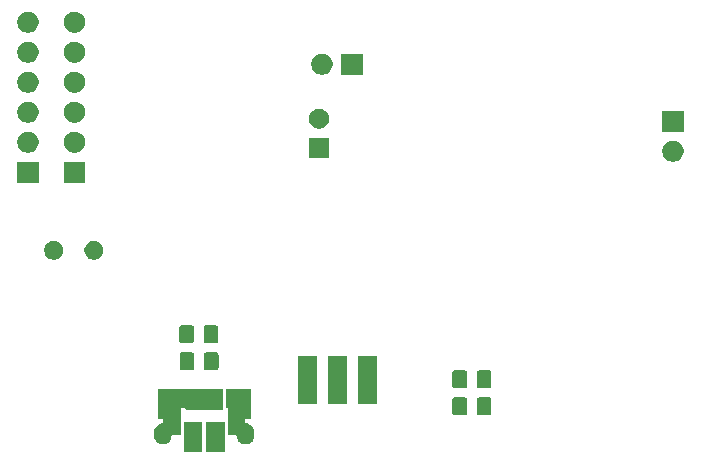
<source format=gts>
G04 #@! TF.GenerationSoftware,KiCad,Pcbnew,(5.1.6)-1*
G04 #@! TF.CreationDate,2020-11-23T18:00:32+01:00*
G04 #@! TF.ProjectId,Power_module_v1,506f7765-725f-46d6-9f64-756c655f7631,rev?*
G04 #@! TF.SameCoordinates,Original*
G04 #@! TF.FileFunction,Soldermask,Top*
G04 #@! TF.FilePolarity,Negative*
%FSLAX46Y46*%
G04 Gerber Fmt 4.6, Leading zero omitted, Abs format (unit mm)*
G04 Created by KiCad (PCBNEW (5.1.6)-1) date 2020-11-23 18:00:32*
%MOMM*%
%LPD*%
G01*
G04 APERTURE LIST*
%ADD10C,0.100000*%
G04 APERTURE END LIST*
D10*
G36*
X112914900Y-108047740D02*
G01*
X111382900Y-108047740D01*
X111382900Y-105445740D01*
X112914900Y-105445740D01*
X112914900Y-108047740D01*
G37*
G36*
X110994900Y-108047740D02*
G01*
X109462900Y-108047740D01*
X109462900Y-105445740D01*
X110994900Y-105445740D01*
X110994900Y-108047740D01*
G37*
G36*
X108886717Y-102684436D02*
G01*
X108906234Y-102690357D01*
X108930267Y-102695138D01*
X108942520Y-102695740D01*
X109440659Y-102695740D01*
X109445453Y-102699674D01*
X109467064Y-102711225D01*
X109490513Y-102718338D01*
X109514899Y-102720740D01*
X112739900Y-102720740D01*
X112739900Y-104472740D01*
X109637900Y-104472740D01*
X109637900Y-104422739D01*
X109635498Y-104398353D01*
X109628385Y-104374904D01*
X109616834Y-104353293D01*
X109601289Y-104334351D01*
X109582347Y-104318806D01*
X109560736Y-104307255D01*
X109537287Y-104300142D01*
X109512901Y-104297740D01*
X109327399Y-104297740D01*
X109303013Y-104300142D01*
X109279564Y-104307255D01*
X109257953Y-104318806D01*
X109239011Y-104334351D01*
X109223466Y-104353293D01*
X109211915Y-104374904D01*
X109204802Y-104398353D01*
X109202400Y-104422739D01*
X109202400Y-105259965D01*
X109194415Y-105274904D01*
X109187302Y-105298353D01*
X109184900Y-105322739D01*
X109184900Y-106597740D01*
X108537023Y-106597740D01*
X108512637Y-106600142D01*
X108489188Y-106607255D01*
X108467577Y-106618806D01*
X108448635Y-106634351D01*
X108433090Y-106653293D01*
X108421539Y-106674904D01*
X108412626Y-106710487D01*
X108404395Y-106794060D01*
X108373683Y-106895304D01*
X108362880Y-106930916D01*
X108295468Y-107057034D01*
X108204743Y-107167583D01*
X108094194Y-107258308D01*
X107968075Y-107325720D01*
X107968072Y-107325721D01*
X107831221Y-107367235D01*
X107688900Y-107381252D01*
X107546580Y-107367235D01*
X107409729Y-107325721D01*
X107409726Y-107325720D01*
X107283607Y-107258308D01*
X107173058Y-107167583D01*
X107082332Y-107057034D01*
X107014920Y-106930915D01*
X107014919Y-106930912D01*
X106973405Y-106794061D01*
X106962900Y-106687399D01*
X106962900Y-106266082D01*
X106973405Y-106159420D01*
X107014919Y-106022569D01*
X107014920Y-106022566D01*
X107082332Y-105896447D01*
X107173058Y-105785897D01*
X107283606Y-105695172D01*
X107409725Y-105627760D01*
X107409728Y-105627759D01*
X107546579Y-105586245D01*
X107620155Y-105578999D01*
X107644186Y-105574219D01*
X107666825Y-105564841D01*
X107687199Y-105551228D01*
X107704526Y-105533901D01*
X107718140Y-105513526D01*
X107727518Y-105490887D01*
X107732298Y-105466854D01*
X107732900Y-105454602D01*
X107732900Y-105322739D01*
X107730498Y-105298353D01*
X107723385Y-105274904D01*
X107711834Y-105253293D01*
X107696289Y-105234351D01*
X107677347Y-105218806D01*
X107655736Y-105207255D01*
X107632287Y-105200142D01*
X107607901Y-105197740D01*
X107275400Y-105197740D01*
X107275400Y-104324161D01*
X107278385Y-104318576D01*
X107285498Y-104295127D01*
X107287900Y-104270741D01*
X107287900Y-102695740D01*
X108595279Y-102695740D01*
X108619665Y-102693338D01*
X108631565Y-102690357D01*
X108651082Y-102684436D01*
X108768900Y-102672833D01*
X108886717Y-102684436D01*
G37*
G36*
X113632307Y-102675138D02*
G01*
X113644559Y-102675740D01*
X115139900Y-102675740D01*
X115139900Y-104270741D01*
X115142302Y-104295127D01*
X115149415Y-104318576D01*
X115152400Y-104324161D01*
X115152400Y-105197740D01*
X114789899Y-105197740D01*
X114765513Y-105200142D01*
X114742064Y-105207255D01*
X114720453Y-105218806D01*
X114701511Y-105234351D01*
X114685966Y-105253293D01*
X114674415Y-105274904D01*
X114667302Y-105298353D01*
X114664900Y-105322739D01*
X114664900Y-105456572D01*
X114667302Y-105480958D01*
X114674415Y-105504407D01*
X114685966Y-105526018D01*
X114701511Y-105544960D01*
X114720453Y-105560505D01*
X114742064Y-105572056D01*
X114765513Y-105579169D01*
X114777640Y-105580968D01*
X114831220Y-105586245D01*
X114968071Y-105627759D01*
X114968074Y-105627760D01*
X115094193Y-105695172D01*
X115204743Y-105785898D01*
X115295468Y-105896446D01*
X115362880Y-106022565D01*
X115362880Y-106022566D01*
X115362881Y-106022568D01*
X115404395Y-106159419D01*
X115414900Y-106266081D01*
X115414900Y-106687398D01*
X115404395Y-106794060D01*
X115373683Y-106895304D01*
X115362880Y-106930916D01*
X115295468Y-107057034D01*
X115204743Y-107167583D01*
X115094194Y-107258308D01*
X114968075Y-107325720D01*
X114968072Y-107325721D01*
X114831221Y-107367235D01*
X114688900Y-107381252D01*
X114546580Y-107367235D01*
X114409729Y-107325721D01*
X114409726Y-107325720D01*
X114283607Y-107258308D01*
X114173058Y-107167583D01*
X114082332Y-107057034D01*
X114014920Y-106930915D01*
X114014919Y-106930912D01*
X113973405Y-106794061D01*
X113965174Y-106710486D01*
X113960394Y-106686454D01*
X113951016Y-106663815D01*
X113937403Y-106643441D01*
X113920076Y-106626113D01*
X113899701Y-106612500D01*
X113877062Y-106603122D01*
X113853029Y-106598342D01*
X113840777Y-106597740D01*
X113212900Y-106597740D01*
X113212900Y-104402739D01*
X113210498Y-104378353D01*
X113203385Y-104354904D01*
X113191834Y-104333293D01*
X113176289Y-104314351D01*
X113157347Y-104298806D01*
X113135736Y-104287255D01*
X113112287Y-104280142D01*
X113087901Y-104277740D01*
X113037900Y-104277740D01*
X113037900Y-103883326D01*
X113035498Y-103858940D01*
X113032517Y-103847040D01*
X113016596Y-103794558D01*
X113007900Y-103706259D01*
X113007900Y-103247222D01*
X113016596Y-103158923D01*
X113032517Y-103106441D01*
X113037298Y-103082408D01*
X113037900Y-103070155D01*
X113037900Y-102675740D01*
X113573241Y-102675740D01*
X113585493Y-102675138D01*
X113608900Y-102672833D01*
X113632307Y-102675138D01*
G37*
G36*
X133296674Y-103393465D02*
G01*
X133334367Y-103404899D01*
X133369103Y-103423466D01*
X133399548Y-103448452D01*
X133424534Y-103478897D01*
X133443101Y-103513633D01*
X133454535Y-103551326D01*
X133459000Y-103596661D01*
X133459000Y-104683339D01*
X133454535Y-104728674D01*
X133443101Y-104766367D01*
X133424534Y-104801103D01*
X133399548Y-104831548D01*
X133369103Y-104856534D01*
X133334367Y-104875101D01*
X133296674Y-104886535D01*
X133251339Y-104891000D01*
X132414661Y-104891000D01*
X132369326Y-104886535D01*
X132331633Y-104875101D01*
X132296897Y-104856534D01*
X132266452Y-104831548D01*
X132241466Y-104801103D01*
X132222899Y-104766367D01*
X132211465Y-104728674D01*
X132207000Y-104683339D01*
X132207000Y-103596661D01*
X132211465Y-103551326D01*
X132222899Y-103513633D01*
X132241466Y-103478897D01*
X132266452Y-103448452D01*
X132296897Y-103423466D01*
X132331633Y-103404899D01*
X132369326Y-103393465D01*
X132414661Y-103389000D01*
X133251339Y-103389000D01*
X133296674Y-103393465D01*
G37*
G36*
X135346674Y-103393465D02*
G01*
X135384367Y-103404899D01*
X135419103Y-103423466D01*
X135449548Y-103448452D01*
X135474534Y-103478897D01*
X135493101Y-103513633D01*
X135504535Y-103551326D01*
X135509000Y-103596661D01*
X135509000Y-104683339D01*
X135504535Y-104728674D01*
X135493101Y-104766367D01*
X135474534Y-104801103D01*
X135449548Y-104831548D01*
X135419103Y-104856534D01*
X135384367Y-104875101D01*
X135346674Y-104886535D01*
X135301339Y-104891000D01*
X134464661Y-104891000D01*
X134419326Y-104886535D01*
X134381633Y-104875101D01*
X134346897Y-104856534D01*
X134316452Y-104831548D01*
X134291466Y-104801103D01*
X134272899Y-104766367D01*
X134261465Y-104728674D01*
X134257000Y-104683339D01*
X134257000Y-103596661D01*
X134261465Y-103551326D01*
X134272899Y-103513633D01*
X134291466Y-103478897D01*
X134316452Y-103448452D01*
X134346897Y-103423466D01*
X134381633Y-103404899D01*
X134419326Y-103393465D01*
X134464661Y-103389000D01*
X135301339Y-103389000D01*
X135346674Y-103393465D01*
G37*
G36*
X120782280Y-103963420D02*
G01*
X119156280Y-103963420D01*
X119156280Y-99861420D01*
X120782280Y-99861420D01*
X120782280Y-103963420D01*
G37*
G36*
X123322280Y-103963420D02*
G01*
X121696280Y-103963420D01*
X121696280Y-99861420D01*
X123322280Y-99861420D01*
X123322280Y-103963420D01*
G37*
G36*
X125862280Y-103963420D02*
G01*
X124236280Y-103963420D01*
X124236280Y-99861420D01*
X125862280Y-99861420D01*
X125862280Y-103963420D01*
G37*
G36*
X135346674Y-101107465D02*
G01*
X135384367Y-101118899D01*
X135419103Y-101137466D01*
X135449548Y-101162452D01*
X135474534Y-101192897D01*
X135493101Y-101227633D01*
X135504535Y-101265326D01*
X135509000Y-101310661D01*
X135509000Y-102397339D01*
X135504535Y-102442674D01*
X135493101Y-102480367D01*
X135474534Y-102515103D01*
X135449548Y-102545548D01*
X135419103Y-102570534D01*
X135384367Y-102589101D01*
X135346674Y-102600535D01*
X135301339Y-102605000D01*
X134464661Y-102605000D01*
X134419326Y-102600535D01*
X134381633Y-102589101D01*
X134346897Y-102570534D01*
X134316452Y-102545548D01*
X134291466Y-102515103D01*
X134272899Y-102480367D01*
X134261465Y-102442674D01*
X134257000Y-102397339D01*
X134257000Y-101310661D01*
X134261465Y-101265326D01*
X134272899Y-101227633D01*
X134291466Y-101192897D01*
X134316452Y-101162452D01*
X134346897Y-101137466D01*
X134381633Y-101118899D01*
X134419326Y-101107465D01*
X134464661Y-101103000D01*
X135301339Y-101103000D01*
X135346674Y-101107465D01*
G37*
G36*
X133296674Y-101107465D02*
G01*
X133334367Y-101118899D01*
X133369103Y-101137466D01*
X133399548Y-101162452D01*
X133424534Y-101192897D01*
X133443101Y-101227633D01*
X133454535Y-101265326D01*
X133459000Y-101310661D01*
X133459000Y-102397339D01*
X133454535Y-102442674D01*
X133443101Y-102480367D01*
X133424534Y-102515103D01*
X133399548Y-102545548D01*
X133369103Y-102570534D01*
X133334367Y-102589101D01*
X133296674Y-102600535D01*
X133251339Y-102605000D01*
X132414661Y-102605000D01*
X132369326Y-102600535D01*
X132331633Y-102589101D01*
X132296897Y-102570534D01*
X132266452Y-102545548D01*
X132241466Y-102515103D01*
X132222899Y-102480367D01*
X132211465Y-102442674D01*
X132207000Y-102397339D01*
X132207000Y-101310661D01*
X132211465Y-101265326D01*
X132222899Y-101227633D01*
X132241466Y-101192897D01*
X132266452Y-101162452D01*
X132296897Y-101137466D01*
X132331633Y-101118899D01*
X132369326Y-101107465D01*
X132414661Y-101103000D01*
X133251339Y-101103000D01*
X133296674Y-101107465D01*
G37*
G36*
X112241674Y-99583465D02*
G01*
X112279367Y-99594899D01*
X112314103Y-99613466D01*
X112344548Y-99638452D01*
X112369534Y-99668897D01*
X112388101Y-99703633D01*
X112399535Y-99741326D01*
X112404000Y-99786661D01*
X112404000Y-100873339D01*
X112399535Y-100918674D01*
X112388101Y-100956367D01*
X112369534Y-100991103D01*
X112344548Y-101021548D01*
X112314103Y-101046534D01*
X112279367Y-101065101D01*
X112241674Y-101076535D01*
X112196339Y-101081000D01*
X111359661Y-101081000D01*
X111314326Y-101076535D01*
X111276633Y-101065101D01*
X111241897Y-101046534D01*
X111211452Y-101021548D01*
X111186466Y-100991103D01*
X111167899Y-100956367D01*
X111156465Y-100918674D01*
X111152000Y-100873339D01*
X111152000Y-99786661D01*
X111156465Y-99741326D01*
X111167899Y-99703633D01*
X111186466Y-99668897D01*
X111211452Y-99638452D01*
X111241897Y-99613466D01*
X111276633Y-99594899D01*
X111314326Y-99583465D01*
X111359661Y-99579000D01*
X112196339Y-99579000D01*
X112241674Y-99583465D01*
G37*
G36*
X110191674Y-99583465D02*
G01*
X110229367Y-99594899D01*
X110264103Y-99613466D01*
X110294548Y-99638452D01*
X110319534Y-99668897D01*
X110338101Y-99703633D01*
X110349535Y-99741326D01*
X110354000Y-99786661D01*
X110354000Y-100873339D01*
X110349535Y-100918674D01*
X110338101Y-100956367D01*
X110319534Y-100991103D01*
X110294548Y-101021548D01*
X110264103Y-101046534D01*
X110229367Y-101065101D01*
X110191674Y-101076535D01*
X110146339Y-101081000D01*
X109309661Y-101081000D01*
X109264326Y-101076535D01*
X109226633Y-101065101D01*
X109191897Y-101046534D01*
X109161452Y-101021548D01*
X109136466Y-100991103D01*
X109117899Y-100956367D01*
X109106465Y-100918674D01*
X109102000Y-100873339D01*
X109102000Y-99786661D01*
X109106465Y-99741326D01*
X109117899Y-99703633D01*
X109136466Y-99668897D01*
X109161452Y-99638452D01*
X109191897Y-99613466D01*
X109226633Y-99594899D01*
X109264326Y-99583465D01*
X109309661Y-99579000D01*
X110146339Y-99579000D01*
X110191674Y-99583465D01*
G37*
G36*
X110173674Y-97297465D02*
G01*
X110211367Y-97308899D01*
X110246103Y-97327466D01*
X110276548Y-97352452D01*
X110301534Y-97382897D01*
X110320101Y-97417633D01*
X110331535Y-97455326D01*
X110336000Y-97500661D01*
X110336000Y-98587339D01*
X110331535Y-98632674D01*
X110320101Y-98670367D01*
X110301534Y-98705103D01*
X110276548Y-98735548D01*
X110246103Y-98760534D01*
X110211367Y-98779101D01*
X110173674Y-98790535D01*
X110128339Y-98795000D01*
X109291661Y-98795000D01*
X109246326Y-98790535D01*
X109208633Y-98779101D01*
X109173897Y-98760534D01*
X109143452Y-98735548D01*
X109118466Y-98705103D01*
X109099899Y-98670367D01*
X109088465Y-98632674D01*
X109084000Y-98587339D01*
X109084000Y-97500661D01*
X109088465Y-97455326D01*
X109099899Y-97417633D01*
X109118466Y-97382897D01*
X109143452Y-97352452D01*
X109173897Y-97327466D01*
X109208633Y-97308899D01*
X109246326Y-97297465D01*
X109291661Y-97293000D01*
X110128339Y-97293000D01*
X110173674Y-97297465D01*
G37*
G36*
X112223674Y-97297465D02*
G01*
X112261367Y-97308899D01*
X112296103Y-97327466D01*
X112326548Y-97352452D01*
X112351534Y-97382897D01*
X112370101Y-97417633D01*
X112381535Y-97455326D01*
X112386000Y-97500661D01*
X112386000Y-98587339D01*
X112381535Y-98632674D01*
X112370101Y-98670367D01*
X112351534Y-98705103D01*
X112326548Y-98735548D01*
X112296103Y-98760534D01*
X112261367Y-98779101D01*
X112223674Y-98790535D01*
X112178339Y-98795000D01*
X111341661Y-98795000D01*
X111296326Y-98790535D01*
X111258633Y-98779101D01*
X111223897Y-98760534D01*
X111193452Y-98735548D01*
X111168466Y-98705103D01*
X111149899Y-98670367D01*
X111138465Y-98632674D01*
X111134000Y-98587339D01*
X111134000Y-97500661D01*
X111138465Y-97455326D01*
X111149899Y-97417633D01*
X111168466Y-97382897D01*
X111193452Y-97352452D01*
X111223897Y-97327466D01*
X111258633Y-97308899D01*
X111296326Y-97297465D01*
X111341661Y-97293000D01*
X112178339Y-97293000D01*
X112223674Y-97297465D01*
G37*
G36*
X102087642Y-90161781D02*
G01*
X102233414Y-90222162D01*
X102233416Y-90222163D01*
X102364608Y-90309822D01*
X102476178Y-90421392D01*
X102563837Y-90552584D01*
X102563838Y-90552586D01*
X102624219Y-90698358D01*
X102655000Y-90853107D01*
X102655000Y-91010893D01*
X102624219Y-91165642D01*
X102563838Y-91311414D01*
X102563837Y-91311416D01*
X102476178Y-91442608D01*
X102364608Y-91554178D01*
X102233416Y-91641837D01*
X102233415Y-91641838D01*
X102233414Y-91641838D01*
X102087642Y-91702219D01*
X101932893Y-91733000D01*
X101775107Y-91733000D01*
X101620358Y-91702219D01*
X101474586Y-91641838D01*
X101474585Y-91641838D01*
X101474584Y-91641837D01*
X101343392Y-91554178D01*
X101231822Y-91442608D01*
X101144163Y-91311416D01*
X101144162Y-91311414D01*
X101083781Y-91165642D01*
X101053000Y-91010893D01*
X101053000Y-90853107D01*
X101083781Y-90698358D01*
X101144162Y-90552586D01*
X101144163Y-90552584D01*
X101231822Y-90421392D01*
X101343392Y-90309822D01*
X101474584Y-90222163D01*
X101474586Y-90222162D01*
X101620358Y-90161781D01*
X101775107Y-90131000D01*
X101932893Y-90131000D01*
X102087642Y-90161781D01*
G37*
G36*
X98687642Y-90161781D02*
G01*
X98833414Y-90222162D01*
X98833416Y-90222163D01*
X98964608Y-90309822D01*
X99076178Y-90421392D01*
X99163837Y-90552584D01*
X99163838Y-90552586D01*
X99224219Y-90698358D01*
X99255000Y-90853107D01*
X99255000Y-91010893D01*
X99224219Y-91165642D01*
X99163838Y-91311414D01*
X99163837Y-91311416D01*
X99076178Y-91442608D01*
X98964608Y-91554178D01*
X98833416Y-91641837D01*
X98833415Y-91641838D01*
X98833414Y-91641838D01*
X98687642Y-91702219D01*
X98532893Y-91733000D01*
X98375107Y-91733000D01*
X98220358Y-91702219D01*
X98074586Y-91641838D01*
X98074585Y-91641838D01*
X98074584Y-91641837D01*
X97943392Y-91554178D01*
X97831822Y-91442608D01*
X97744163Y-91311416D01*
X97744162Y-91311414D01*
X97683781Y-91165642D01*
X97653000Y-91010893D01*
X97653000Y-90853107D01*
X97683781Y-90698358D01*
X97744162Y-90552586D01*
X97744163Y-90552584D01*
X97831822Y-90421392D01*
X97943392Y-90309822D01*
X98074584Y-90222163D01*
X98074586Y-90222162D01*
X98220358Y-90161781D01*
X98375107Y-90131000D01*
X98532893Y-90131000D01*
X98687642Y-90161781D01*
G37*
G36*
X101104000Y-85229000D02*
G01*
X99302000Y-85229000D01*
X99302000Y-83427000D01*
X101104000Y-83427000D01*
X101104000Y-85229000D01*
G37*
G36*
X97167000Y-85229000D02*
G01*
X95365000Y-85229000D01*
X95365000Y-83427000D01*
X97167000Y-83427000D01*
X97167000Y-85229000D01*
G37*
G36*
X150989512Y-81653927D02*
G01*
X151138812Y-81683624D01*
X151302784Y-81751544D01*
X151450354Y-81850147D01*
X151575853Y-81975646D01*
X151674456Y-82123216D01*
X151742376Y-82287188D01*
X151777000Y-82461259D01*
X151777000Y-82638741D01*
X151742376Y-82812812D01*
X151674456Y-82976784D01*
X151575853Y-83124354D01*
X151450354Y-83249853D01*
X151302784Y-83348456D01*
X151138812Y-83416376D01*
X150989512Y-83446073D01*
X150964742Y-83451000D01*
X150787258Y-83451000D01*
X150762488Y-83446073D01*
X150613188Y-83416376D01*
X150449216Y-83348456D01*
X150301646Y-83249853D01*
X150176147Y-83124354D01*
X150077544Y-82976784D01*
X150009624Y-82812812D01*
X149975000Y-82638741D01*
X149975000Y-82461259D01*
X150009624Y-82287188D01*
X150077544Y-82123216D01*
X150176147Y-81975646D01*
X150301646Y-81850147D01*
X150449216Y-81751544D01*
X150613188Y-81683624D01*
X150762488Y-81653927D01*
X150787258Y-81649000D01*
X150964742Y-81649000D01*
X150989512Y-81653927D01*
G37*
G36*
X121755000Y-83147000D02*
G01*
X120053000Y-83147000D01*
X120053000Y-81445000D01*
X121755000Y-81445000D01*
X121755000Y-83147000D01*
G37*
G36*
X96379512Y-80891927D02*
G01*
X96528812Y-80921624D01*
X96692784Y-80989544D01*
X96840354Y-81088147D01*
X96965853Y-81213646D01*
X97064456Y-81361216D01*
X97132376Y-81525188D01*
X97167000Y-81699259D01*
X97167000Y-81876741D01*
X97132376Y-82050812D01*
X97064456Y-82214784D01*
X96965853Y-82362354D01*
X96840354Y-82487853D01*
X96692784Y-82586456D01*
X96528812Y-82654376D01*
X96379512Y-82684073D01*
X96354742Y-82689000D01*
X96177258Y-82689000D01*
X96152488Y-82684073D01*
X96003188Y-82654376D01*
X95839216Y-82586456D01*
X95691646Y-82487853D01*
X95566147Y-82362354D01*
X95467544Y-82214784D01*
X95399624Y-82050812D01*
X95365000Y-81876741D01*
X95365000Y-81699259D01*
X95399624Y-81525188D01*
X95467544Y-81361216D01*
X95566147Y-81213646D01*
X95691646Y-81088147D01*
X95839216Y-80989544D01*
X96003188Y-80921624D01*
X96152488Y-80891927D01*
X96177258Y-80887000D01*
X96354742Y-80887000D01*
X96379512Y-80891927D01*
G37*
G36*
X100316512Y-80891927D02*
G01*
X100465812Y-80921624D01*
X100629784Y-80989544D01*
X100777354Y-81088147D01*
X100902853Y-81213646D01*
X101001456Y-81361216D01*
X101069376Y-81525188D01*
X101104000Y-81699259D01*
X101104000Y-81876741D01*
X101069376Y-82050812D01*
X101001456Y-82214784D01*
X100902853Y-82362354D01*
X100777354Y-82487853D01*
X100629784Y-82586456D01*
X100465812Y-82654376D01*
X100316512Y-82684073D01*
X100291742Y-82689000D01*
X100114258Y-82689000D01*
X100089488Y-82684073D01*
X99940188Y-82654376D01*
X99776216Y-82586456D01*
X99628646Y-82487853D01*
X99503147Y-82362354D01*
X99404544Y-82214784D01*
X99336624Y-82050812D01*
X99302000Y-81876741D01*
X99302000Y-81699259D01*
X99336624Y-81525188D01*
X99404544Y-81361216D01*
X99503147Y-81213646D01*
X99628646Y-81088147D01*
X99776216Y-80989544D01*
X99940188Y-80921624D01*
X100089488Y-80891927D01*
X100114258Y-80887000D01*
X100291742Y-80887000D01*
X100316512Y-80891927D01*
G37*
G36*
X151777000Y-80911000D02*
G01*
X149975000Y-80911000D01*
X149975000Y-79109000D01*
X151777000Y-79109000D01*
X151777000Y-80911000D01*
G37*
G36*
X121152228Y-78977703D02*
G01*
X121307100Y-79041853D01*
X121446481Y-79134985D01*
X121565015Y-79253519D01*
X121658147Y-79392900D01*
X121722297Y-79547772D01*
X121755000Y-79712184D01*
X121755000Y-79879816D01*
X121722297Y-80044228D01*
X121658147Y-80199100D01*
X121565015Y-80338481D01*
X121446481Y-80457015D01*
X121307100Y-80550147D01*
X121152228Y-80614297D01*
X120987816Y-80647000D01*
X120820184Y-80647000D01*
X120655772Y-80614297D01*
X120500900Y-80550147D01*
X120361519Y-80457015D01*
X120242985Y-80338481D01*
X120149853Y-80199100D01*
X120085703Y-80044228D01*
X120053000Y-79879816D01*
X120053000Y-79712184D01*
X120085703Y-79547772D01*
X120149853Y-79392900D01*
X120242985Y-79253519D01*
X120361519Y-79134985D01*
X120500900Y-79041853D01*
X120655772Y-78977703D01*
X120820184Y-78945000D01*
X120987816Y-78945000D01*
X121152228Y-78977703D01*
G37*
G36*
X96379512Y-78351927D02*
G01*
X96528812Y-78381624D01*
X96692784Y-78449544D01*
X96840354Y-78548147D01*
X96965853Y-78673646D01*
X97064456Y-78821216D01*
X97132376Y-78985188D01*
X97167000Y-79159259D01*
X97167000Y-79336741D01*
X97132376Y-79510812D01*
X97064456Y-79674784D01*
X96965853Y-79822354D01*
X96840354Y-79947853D01*
X96692784Y-80046456D01*
X96528812Y-80114376D01*
X96379512Y-80144073D01*
X96354742Y-80149000D01*
X96177258Y-80149000D01*
X96152488Y-80144073D01*
X96003188Y-80114376D01*
X95839216Y-80046456D01*
X95691646Y-79947853D01*
X95566147Y-79822354D01*
X95467544Y-79674784D01*
X95399624Y-79510812D01*
X95365000Y-79336741D01*
X95365000Y-79159259D01*
X95399624Y-78985188D01*
X95467544Y-78821216D01*
X95566147Y-78673646D01*
X95691646Y-78548147D01*
X95839216Y-78449544D01*
X96003188Y-78381624D01*
X96152488Y-78351927D01*
X96177258Y-78347000D01*
X96354742Y-78347000D01*
X96379512Y-78351927D01*
G37*
G36*
X100316512Y-78351927D02*
G01*
X100465812Y-78381624D01*
X100629784Y-78449544D01*
X100777354Y-78548147D01*
X100902853Y-78673646D01*
X101001456Y-78821216D01*
X101069376Y-78985188D01*
X101104000Y-79159259D01*
X101104000Y-79336741D01*
X101069376Y-79510812D01*
X101001456Y-79674784D01*
X100902853Y-79822354D01*
X100777354Y-79947853D01*
X100629784Y-80046456D01*
X100465812Y-80114376D01*
X100316512Y-80144073D01*
X100291742Y-80149000D01*
X100114258Y-80149000D01*
X100089488Y-80144073D01*
X99940188Y-80114376D01*
X99776216Y-80046456D01*
X99628646Y-79947853D01*
X99503147Y-79822354D01*
X99404544Y-79674784D01*
X99336624Y-79510812D01*
X99302000Y-79336741D01*
X99302000Y-79159259D01*
X99336624Y-78985188D01*
X99404544Y-78821216D01*
X99503147Y-78673646D01*
X99628646Y-78548147D01*
X99776216Y-78449544D01*
X99940188Y-78381624D01*
X100089488Y-78351927D01*
X100114258Y-78347000D01*
X100291742Y-78347000D01*
X100316512Y-78351927D01*
G37*
G36*
X96379512Y-75811927D02*
G01*
X96528812Y-75841624D01*
X96692784Y-75909544D01*
X96840354Y-76008147D01*
X96965853Y-76133646D01*
X97064456Y-76281216D01*
X97132376Y-76445188D01*
X97167000Y-76619259D01*
X97167000Y-76796741D01*
X97132376Y-76970812D01*
X97064456Y-77134784D01*
X96965853Y-77282354D01*
X96840354Y-77407853D01*
X96692784Y-77506456D01*
X96528812Y-77574376D01*
X96379512Y-77604073D01*
X96354742Y-77609000D01*
X96177258Y-77609000D01*
X96152488Y-77604073D01*
X96003188Y-77574376D01*
X95839216Y-77506456D01*
X95691646Y-77407853D01*
X95566147Y-77282354D01*
X95467544Y-77134784D01*
X95399624Y-76970812D01*
X95365000Y-76796741D01*
X95365000Y-76619259D01*
X95399624Y-76445188D01*
X95467544Y-76281216D01*
X95566147Y-76133646D01*
X95691646Y-76008147D01*
X95839216Y-75909544D01*
X96003188Y-75841624D01*
X96152488Y-75811927D01*
X96177258Y-75807000D01*
X96354742Y-75807000D01*
X96379512Y-75811927D01*
G37*
G36*
X100316512Y-75811927D02*
G01*
X100465812Y-75841624D01*
X100629784Y-75909544D01*
X100777354Y-76008147D01*
X100902853Y-76133646D01*
X101001456Y-76281216D01*
X101069376Y-76445188D01*
X101104000Y-76619259D01*
X101104000Y-76796741D01*
X101069376Y-76970812D01*
X101001456Y-77134784D01*
X100902853Y-77282354D01*
X100777354Y-77407853D01*
X100629784Y-77506456D01*
X100465812Y-77574376D01*
X100316512Y-77604073D01*
X100291742Y-77609000D01*
X100114258Y-77609000D01*
X100089488Y-77604073D01*
X99940188Y-77574376D01*
X99776216Y-77506456D01*
X99628646Y-77407853D01*
X99503147Y-77282354D01*
X99404544Y-77134784D01*
X99336624Y-76970812D01*
X99302000Y-76796741D01*
X99302000Y-76619259D01*
X99336624Y-76445188D01*
X99404544Y-76281216D01*
X99503147Y-76133646D01*
X99628646Y-76008147D01*
X99776216Y-75909544D01*
X99940188Y-75841624D01*
X100089488Y-75811927D01*
X100114258Y-75807000D01*
X100291742Y-75807000D01*
X100316512Y-75811927D01*
G37*
G36*
X121271512Y-74287927D02*
G01*
X121420812Y-74317624D01*
X121584784Y-74385544D01*
X121732354Y-74484147D01*
X121857853Y-74609646D01*
X121956456Y-74757216D01*
X122024376Y-74921188D01*
X122059000Y-75095259D01*
X122059000Y-75272741D01*
X122024376Y-75446812D01*
X121956456Y-75610784D01*
X121857853Y-75758354D01*
X121732354Y-75883853D01*
X121584784Y-75982456D01*
X121420812Y-76050376D01*
X121271512Y-76080073D01*
X121246742Y-76085000D01*
X121069258Y-76085000D01*
X121044488Y-76080073D01*
X120895188Y-76050376D01*
X120731216Y-75982456D01*
X120583646Y-75883853D01*
X120458147Y-75758354D01*
X120359544Y-75610784D01*
X120291624Y-75446812D01*
X120257000Y-75272741D01*
X120257000Y-75095259D01*
X120291624Y-74921188D01*
X120359544Y-74757216D01*
X120458147Y-74609646D01*
X120583646Y-74484147D01*
X120731216Y-74385544D01*
X120895188Y-74317624D01*
X121044488Y-74287927D01*
X121069258Y-74283000D01*
X121246742Y-74283000D01*
X121271512Y-74287927D01*
G37*
G36*
X124599000Y-76085000D02*
G01*
X122797000Y-76085000D01*
X122797000Y-74283000D01*
X124599000Y-74283000D01*
X124599000Y-76085000D01*
G37*
G36*
X100316512Y-73271927D02*
G01*
X100465812Y-73301624D01*
X100629784Y-73369544D01*
X100777354Y-73468147D01*
X100902853Y-73593646D01*
X101001456Y-73741216D01*
X101069376Y-73905188D01*
X101104000Y-74079259D01*
X101104000Y-74256741D01*
X101069376Y-74430812D01*
X101001456Y-74594784D01*
X100902853Y-74742354D01*
X100777354Y-74867853D01*
X100629784Y-74966456D01*
X100465812Y-75034376D01*
X100316512Y-75064073D01*
X100291742Y-75069000D01*
X100114258Y-75069000D01*
X100089488Y-75064073D01*
X99940188Y-75034376D01*
X99776216Y-74966456D01*
X99628646Y-74867853D01*
X99503147Y-74742354D01*
X99404544Y-74594784D01*
X99336624Y-74430812D01*
X99302000Y-74256741D01*
X99302000Y-74079259D01*
X99336624Y-73905188D01*
X99404544Y-73741216D01*
X99503147Y-73593646D01*
X99628646Y-73468147D01*
X99776216Y-73369544D01*
X99940188Y-73301624D01*
X100089488Y-73271927D01*
X100114258Y-73267000D01*
X100291742Y-73267000D01*
X100316512Y-73271927D01*
G37*
G36*
X96379512Y-73271927D02*
G01*
X96528812Y-73301624D01*
X96692784Y-73369544D01*
X96840354Y-73468147D01*
X96965853Y-73593646D01*
X97064456Y-73741216D01*
X97132376Y-73905188D01*
X97167000Y-74079259D01*
X97167000Y-74256741D01*
X97132376Y-74430812D01*
X97064456Y-74594784D01*
X96965853Y-74742354D01*
X96840354Y-74867853D01*
X96692784Y-74966456D01*
X96528812Y-75034376D01*
X96379512Y-75064073D01*
X96354742Y-75069000D01*
X96177258Y-75069000D01*
X96152488Y-75064073D01*
X96003188Y-75034376D01*
X95839216Y-74966456D01*
X95691646Y-74867853D01*
X95566147Y-74742354D01*
X95467544Y-74594784D01*
X95399624Y-74430812D01*
X95365000Y-74256741D01*
X95365000Y-74079259D01*
X95399624Y-73905188D01*
X95467544Y-73741216D01*
X95566147Y-73593646D01*
X95691646Y-73468147D01*
X95839216Y-73369544D01*
X96003188Y-73301624D01*
X96152488Y-73271927D01*
X96177258Y-73267000D01*
X96354742Y-73267000D01*
X96379512Y-73271927D01*
G37*
G36*
X100316512Y-70731927D02*
G01*
X100465812Y-70761624D01*
X100629784Y-70829544D01*
X100777354Y-70928147D01*
X100902853Y-71053646D01*
X101001456Y-71201216D01*
X101069376Y-71365188D01*
X101104000Y-71539259D01*
X101104000Y-71716741D01*
X101069376Y-71890812D01*
X101001456Y-72054784D01*
X100902853Y-72202354D01*
X100777354Y-72327853D01*
X100629784Y-72426456D01*
X100465812Y-72494376D01*
X100316512Y-72524073D01*
X100291742Y-72529000D01*
X100114258Y-72529000D01*
X100089488Y-72524073D01*
X99940188Y-72494376D01*
X99776216Y-72426456D01*
X99628646Y-72327853D01*
X99503147Y-72202354D01*
X99404544Y-72054784D01*
X99336624Y-71890812D01*
X99302000Y-71716741D01*
X99302000Y-71539259D01*
X99336624Y-71365188D01*
X99404544Y-71201216D01*
X99503147Y-71053646D01*
X99628646Y-70928147D01*
X99776216Y-70829544D01*
X99940188Y-70761624D01*
X100089488Y-70731927D01*
X100114258Y-70727000D01*
X100291742Y-70727000D01*
X100316512Y-70731927D01*
G37*
G36*
X96379512Y-70731927D02*
G01*
X96528812Y-70761624D01*
X96692784Y-70829544D01*
X96840354Y-70928147D01*
X96965853Y-71053646D01*
X97064456Y-71201216D01*
X97132376Y-71365188D01*
X97167000Y-71539259D01*
X97167000Y-71716741D01*
X97132376Y-71890812D01*
X97064456Y-72054784D01*
X96965853Y-72202354D01*
X96840354Y-72327853D01*
X96692784Y-72426456D01*
X96528812Y-72494376D01*
X96379512Y-72524073D01*
X96354742Y-72529000D01*
X96177258Y-72529000D01*
X96152488Y-72524073D01*
X96003188Y-72494376D01*
X95839216Y-72426456D01*
X95691646Y-72327853D01*
X95566147Y-72202354D01*
X95467544Y-72054784D01*
X95399624Y-71890812D01*
X95365000Y-71716741D01*
X95365000Y-71539259D01*
X95399624Y-71365188D01*
X95467544Y-71201216D01*
X95566147Y-71053646D01*
X95691646Y-70928147D01*
X95839216Y-70829544D01*
X96003188Y-70761624D01*
X96152488Y-70731927D01*
X96177258Y-70727000D01*
X96354742Y-70727000D01*
X96379512Y-70731927D01*
G37*
M02*

</source>
